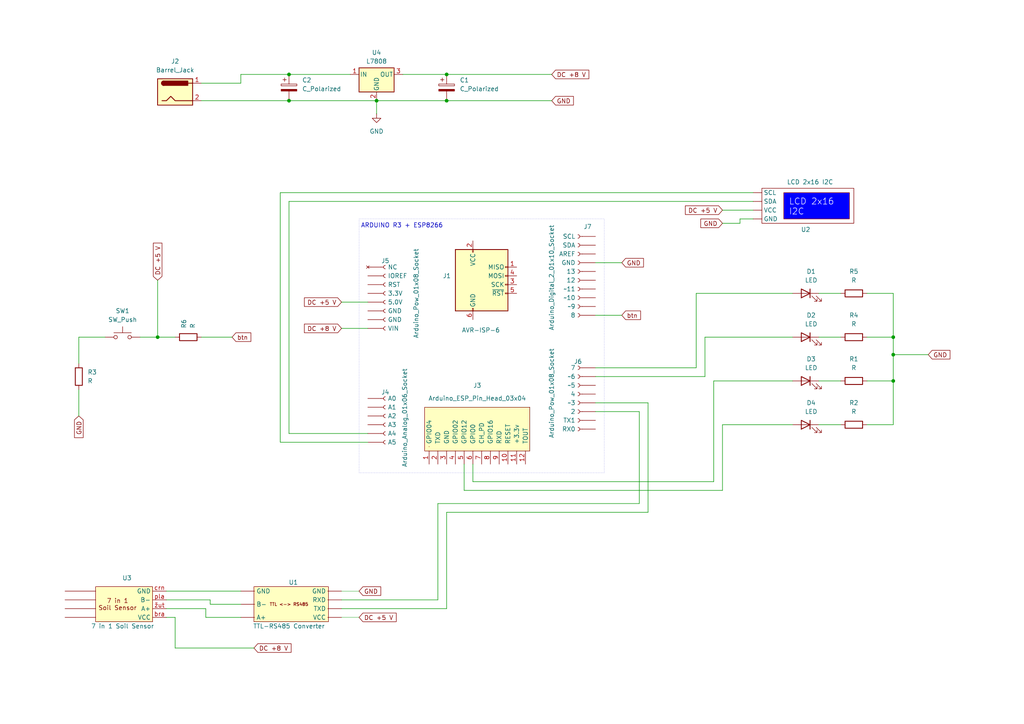
<source format=kicad_sch>
(kicad_sch (version 20231120) (generator "eeschema") (generator_version "8.0")
  (paper "A4")
  (title_block (title "Projekat \"ZEMLJA\"") (date "2024-12-22") (company "Poljoprivredna škola Bač") (comment 1 "Izrađeno u sklopu projekta \"Pametna poljoprivreda\"") (comment 2 "Licencirano sa GPL licencom"))
  (lib_symbols
    (symbol "Connector:AVR-ISP-6" (pin_names (offset 1.016))
      (property "Reference" "J" (at -6.35 11.43 0))
      (property "Value" "AVR-ISP-6" (at 0 11.43 0))
      (symbol "AVR-ISP-6_0_1"
        (rectangle (start -2.667 -6.858) (end -2.413 -7.62))
        (rectangle (start -2.667 10.16) (end -2.413 9.398))
        (rectangle (start 7.62 -2.413) (end 6.858 -2.667))
        (rectangle (start 7.62 0.127) (end 6.858 -0.127))
        (rectangle (start 7.62 2.667) (end 6.858 2.413))
        (rectangle (start 7.62 5.207) (end 6.858 4.953))
        (rectangle (start 7.62 10.16) (end -7.62 -7.62) (stroke (width 0.254)) (fill (type background)))
      )
      (symbol "AVR-ISP-6_1_1"
        (pin passive line (at 10.16 5.08 180) (length 2.54) (name "MISO") (number "1"))
        (pin passive line (at -2.54 12.7 270) (length 2.54) (name "VCC") (number "2"))
        (pin passive line (at 10.16 0 180) (length 2.54) (name "SCK") (number "3"))
        (pin passive line (at 10.16 2.54 180) (length 2.54) (name "MOSI") (number "4"))
        (pin passive line (at 10.16 -2.54 180) (length 2.54) (name "~{RST}") (number "5"))
        (pin passive line (at -2.54 -10.16 90) (length 2.54) (name "GND") (number "6"))
      )
    )
    (symbol "Connector:Barrel_Jack" (pin_names (offset 1.016))
      (property "Reference" "J" (at 0 5.334 0))
      (property "Value" "Barrel_Jack" (at 0 -5.08 0))
      (symbol "Barrel_Jack_0_1"
        (rectangle (start -5.08 3.81) (end 5.08 -3.81) (stroke (width 0.254)) (fill (type background)))
        (arc (start -3.302 3.175) (mid -3.9343 2.54) (end -3.302 1.905) (stroke (width 0.254)))
        (arc (start -3.302 3.175) (mid -3.9343 2.54) (end -3.302 1.905) (stroke (width 0.254)) (fill (type outline)))
        (polyline (pts (xy 5.08 2.54) (xy 3.81 2.54)) (stroke (width 0.254)))
        (polyline (pts (xy -3.81 -2.54) (xy -2.54 -2.54) (xy -1.27 -1.27) (xy 0 -2.54) (xy 2.54 -2.54) (xy 5.08 -2.54)) (stroke (width 0.254)))
        (rectangle (start 3.683 3.175) (end -3.302 1.905) (stroke (width 0.254)) (fill (type outline)))
      )
      (symbol "Barrel_Jack_1_1"
        (pin passive line (at 7.62 2.54 180) (length 2.54) (name "~") (number "1"))
        (pin passive line (at 7.62 -2.54 180) (length 2.54) (name "~") (number "2"))
      )
    )
    (symbol "Device:C_Polarized" (pin_numbers hide) (pin_names (offset 0.254))
      (property "Reference" "C" (at 0.635 2.54 0))
      (property "Value" "C_Polarized" (at 0.635 -2.54 0))
      (symbol "C_Polarized_0_1"
        (rectangle (start -2.286 0.508) (end 2.286 1.016))
        (polyline (pts (xy -1.778 2.286) (xy -0.762 2.286)))
        (polyline (pts (xy -1.27 2.794) (xy -1.27 1.778)))
        (rectangle (start 2.286 -0.508) (end -2.286 -1.016) (fill (type outline)))
      )
      (symbol "C_Polarized_1_1"
        (pin passive line (at 0 3.81 270) (length 2.794) (name "~") (number "1"))
        (pin passive line (at 0 -3.81 90) (length 2.794) (name "~") (number "2"))
      )
    )
    (symbol "Device:LED" (pin_numbers hide) (pin_names (offset 1.016) hide)
      (property "Reference" "D" (at 0 2.54 0))
      (property "Value" "LED" (at 0 -2.54 0))
      (symbol "LED_0_1"
        (polyline (pts (xy -1.27 -1.27) (xy -1.27 1.27)) (stroke (width 0.254)))
        (polyline (pts (xy -1.27 0) (xy 1.27 0)))
        (polyline (pts (xy 1.27 -1.27) (xy 1.27 1.27) (xy -1.27 0) (xy 1.27 -1.27)) (stroke (width 0.254)))
        (polyline (pts (xy -3.048 -0.762) (xy -4.572 -2.286) (xy -3.81 -2.286) (xy -4.572 -2.286) (xy -4.572 -1.524)))
        (polyline (pts (xy -1.778 -0.762) (xy -3.302 -2.286) (xy -2.54 -2.286) (xy -3.302 -2.286) (xy -3.302 -1.524)))
      )
      (symbol "LED_1_1"
        (pin passive line (at -3.81 0 0) (length 2.54) (name "K") (number "1"))
        (pin passive line (at 3.81 0 180) (length 2.54) (name "A") (number "2"))
      )
    )
    (symbol "Device:R" (pin_numbers hide) (pin_names (offset 0))
      (property "Reference" "R" (at 2.032 0 90))
      (property "Value" "R" (at 0 0 90))
      (symbol "R_0_1"
        (rectangle (start -1.016 -2.54) (end 1.016 2.54) (stroke (width 0.254)))
      )
      (symbol "R_1_1"
        (pin passive line (at 0 3.81 270) (length 1.27) (name "~") (number "1"))
        (pin passive line (at 0 -3.81 90) (length 1.27) (name "~") (number "2"))
      )
    )
    (symbol "Regulator_Linear:L7808" (pin_names (offset 0.254))
      (property "Reference" "U" (at -3.81 3.175 0))
      (property "Value" "L7808" (at 0 3.175 0))
      (symbol "L7808_0_1"
        (rectangle (start -5.08 1.905) (end 5.08 -5.08) (stroke (width 0.254)) (fill (type background)))
      )
      (symbol "L7808_1_1"
        (pin power_in line (at -7.62 0 0) (length 2.54) (name "IN") (number "1"))
        (pin power_in line (at 0 -7.62 90) (length 2.54) (name "GND") (number "2"))
        (pin power_out line (at 7.62 0 180) (length 2.54) (name "OUT") (number "3"))
      )
    )
    (symbol "Switch:SW_Push" (pin_numbers hide) (pin_names (offset 1.016) hide)
      (property "Reference" "SW" (at 1.27 2.54 0))
      (property "Value" "SW_Push" (at 0 -1.524 0))
      (symbol "SW_Push_0_1"
        (circle (center -2.032 0) (radius 0.508))
        (polyline (pts (xy 0 1.27) (xy 0 3.048)))
        (polyline (pts (xy 2.54 1.27) (xy -2.54 1.27)))
        (circle (center 2.032 0) (radius 0.508))
        (pin passive line (at -5.08 0 0) (length 2.54) (name "1") (number "1"))
        (pin passive line (at 5.08 0 180) (length 2.54) (name "2") (number "2"))
      )
    )
    (symbol "pametna_poljoprivreda:Arduino_Analog_01x06_Socket" (pin_numbers hide) (pin_names (offset 2))
      (property "Reference" "J" (at 0 7.62 0))
      (property "Value" "Arduino_Analog_01x06_Socket" (at 0 -10.16 0))
      (symbol "Arduino_Analog_01x06_Socket_1_1"
        (arc (start 0 -7.112) (mid -0.5058 -7.62) (end 0 -8.128) (stroke (width 0.1524)))
        (arc (start 0 -4.572) (mid -0.5058 -5.08) (end 0 -5.588) (stroke (width 0.1524)))
        (arc (start 0 -2.032) (mid -0.5058 -2.54) (end 0 -3.048) (stroke (width 0.1524)))
        (polyline (pts (xy -1.27 -7.62) (xy -0.508 -7.62)) (stroke (width 0.1524)))
        (polyline (pts (xy -1.27 -5.08) (xy -0.508 -5.08)) (stroke (width 0.1524)))
        (polyline (pts (xy -1.27 -2.54) (xy -0.508 -2.54)) (stroke (width 0.1524)))
        (polyline (pts (xy -1.27 0) (xy -0.508 0)) (stroke (width 0.1524)))
        (polyline (pts (xy -1.27 2.54) (xy -0.508 2.54)) (stroke (width 0.1524)))
        (polyline (pts (xy -1.27 5.08) (xy -0.508 5.08)) (stroke (width 0.1524)))
        (arc (start 0 0.508) (mid -0.5058 0) (end 0 -0.508) (stroke (width 0.1524)))
        (arc (start 0 3.048) (mid -0.5058 2.54) (end 0 2.032) (stroke (width 0.1524)))
        (arc (start 0 5.588) (mid -0.5058 5.08) (end 0 4.572) (stroke (width 0.1524)))
        (pin bidirectional line (at -5.08 5.08 0) (length 3.81) (name "A0") (number "1"))
        (pin bidirectional line (at -5.08 2.54 0) (length 3.81) (name "A1") (number "2"))
        (pin bidirectional line (at -5.08 0 0) (length 3.81) (name "A2") (number "3"))
        (pin bidirectional line (at -5.08 -2.54 0) (length 3.81) (name "A3") (number "4"))
        (pin bidirectional line (at -5.08 -5.08 0) (length 3.81) (name "A4") (number "5"))
        (pin bidirectional line (at -5.08 -7.62 0) (length 3.81) (name "A5") (number "6"))
      )
    )
    (symbol "pametna_poljoprivreda:Arduino_Digital_1_01x08_Socket" (pin_numbers hide) (pin_names (offset 2))
      (property "Reference" "J" (at 0 10.16 0))
      (property "Value" "Arduino_Pow_01x08_Socket" (at 0.508 -13.716 0))
      (symbol "Arduino_Digital_1_01x08_Socket_1_1"
        (arc (start -0.0022 8.128) (mid -0.508 7.62) (end -0.0022 7.112) (stroke (width 0.1524)))
        (arc (start 0 -9.652) (mid -0.5058 -10.16) (end 0 -10.668) (stroke (width 0.1524)))
        (arc (start 0 -7.112) (mid -0.5058 -7.62) (end 0 -8.128) (stroke (width 0.1524)))
        (arc (start 0 -4.572) (mid -0.5058 -5.08) (end 0 -5.588) (stroke (width 0.1524)))
        (arc (start 0 -2.032) (mid -0.5058 -2.54) (end 0 -3.048) (stroke (width 0.1524)))
        (polyline (pts (xy -1.27 -10.16) (xy -0.508 -10.16)) (stroke (width 0.1524)))
        (polyline (pts (xy -1.27 -7.62) (xy -0.508 -7.62)) (stroke (width 0.1524)))
        (polyline (pts (xy -1.27 -5.08) (xy -0.508 -5.08)) (stroke (width 0.1524)))
        (polyline (pts (xy -1.27 -2.54) (xy -0.508 -2.54)) (stroke (width 0.1524)))
        (polyline (pts (xy -1.27 0) (xy -0.508 0)) (stroke (width 0.1524)))
        (polyline (pts (xy -1.27 2.54) (xy -0.508 2.54)) (stroke (width 0.1524)))
        (polyline (pts (xy -1.27 5.08) (xy -0.508 5.08)) (stroke (width 0.1524)))
        (polyline (pts (xy -1.27 7.62) (xy -0.508 7.62)) (stroke (width 0.1524)))
        (arc (start 0 0.508) (mid -0.5058 0) (end 0 -0.508) (stroke (width 0.1524)))
        (arc (start 0 3.048) (mid -0.5058 2.54) (end 0 2.032) (stroke (width 0.1524)))
        (arc (start 0 5.588) (mid -0.5058 5.08) (end 0 4.572) (stroke (width 0.1524)))
        (pin bidirectional line (at -5.08 7.62 0) (length 3.81) (name "7") (number "1"))
        (pin bidirectional line (at -5.08 5.08 0) (length 3.81) (name "~6") (number "2"))
        (pin bidirectional line (at -5.08 2.54 0) (length 3.81) (name "~5") (number "3"))
        (pin bidirectional line (at -5.08 0 0) (length 3.81) (name "4") (number "4"))
        (pin bidirectional line (at -5.08 -2.54 0) (length 3.81) (name "~3") (number "5"))
        (pin bidirectional line (at -5.08 -5.08 0) (length 3.81) (name "2") (number "6"))
        (pin bidirectional line (at -5.08 -7.62 0) (length 3.81) (name "TX1") (number "7"))
        (pin bidirectional line (at -5.08 -10.16 0) (length 3.81) (name "RX0") (number "8"))
      )
    )
    (symbol "pametna_poljoprivreda:Arduino_Digital_2_01x10_Socket" (pin_numbers hide) (pin_names (offset 2))
      (property "Reference" "J" (at -0.254 14.986 0))
      (property "Value" "Arduino_Digital_2_01x10_Socket" (at 0 -15.24 0))
      (symbol "Arduino_Digital_2_01x10_Socket_1_1"
        (polyline (pts (xy 1.27 -11.43) (xy 2.032 -11.43)) (stroke (width 0.1524)))
        (polyline (pts (xy 1.27 -8.89) (xy 2.032 -8.89)) (stroke (width 0.1524)))
        (polyline (pts (xy 1.27 -6.35) (xy 2.032 -6.35)) (stroke (width 0.1524)))
        (polyline (pts (xy 1.27 -3.81) (xy 2.032 -3.81)) (stroke (width 0.1524)))
        (polyline (pts (xy 1.27 -1.27) (xy 2.032 -1.27)) (stroke (width 0.1524)))
        (polyline (pts (xy 1.27 1.27) (xy 2.032 1.27)) (stroke (width 0.1524)))
        (polyline (pts (xy 1.27 3.81) (xy 2.032 3.81)) (stroke (width 0.1524)))
        (polyline (pts (xy 1.27 6.35) (xy 2.032 6.35)) (stroke (width 0.1524)))
        (polyline (pts (xy 1.27 8.89) (xy 2.032 8.89)) (stroke (width 0.1524)))
        (polyline (pts (xy 1.27 11.43) (xy 2.032 11.43)) (stroke (width 0.1524)))
        (arc (start 2.54 -10.922) (mid 2.0342 -11.43) (end 2.54 -11.938) (stroke (width 0.1524)))
        (arc (start 2.54 -8.382) (mid 2.0342 -8.89) (end 2.54 -9.398) (stroke (width 0.1524)))
        (arc (start 2.54 -5.842) (mid 2.0342 -6.35) (end 2.54 -6.858) (stroke (width 0.1524)))
        (arc (start 2.54 -3.302) (mid 2.0342 -3.81) (end 2.54 -4.318) (stroke (width 0.1524)))
        (arc (start 2.54 -0.762) (mid 2.0342 -1.27) (end 2.54 -1.778) (stroke (width 0.1524)))
        (arc (start 2.54 1.778) (mid 2.0342 1.27) (end 2.54 0.762) (stroke (width 0.1524)))
        (arc (start 2.54 4.318) (mid 2.0342 3.81) (end 2.54 3.302) (stroke (width 0.1524)))
        (arc (start 2.54 6.858) (mid 2.0342 6.35) (end 2.54 5.842) (stroke (width 0.1524)))
        (arc (start 2.54 9.398) (mid 2.0342 8.89) (end 2.54 8.382) (stroke (width 0.1524)))
        (arc (start 2.54 11.938) (mid 2.0342 11.43) (end 2.54 10.922) (stroke (width 0.1524)))
        (pin output line (at -2.54 11.43 0) (length 3.81) (name "SCL") (number "1"))
        (pin bidirectional line (at -2.54 -11.43 0) (length 3.81) (name "8") (number "10"))
        (pin bidirectional line (at -2.54 8.89 0) (length 3.81) (name "SDA") (number "2"))
        (pin input line (at -2.54 6.35 0) (length 3.81) (name "AREF") (number "3"))
        (pin power_in line (at -2.54 3.81 0) (length 3.81) (name "GND") (number "4"))
        (pin bidirectional line (at -2.54 1.27 0) (length 3.81) (name "13") (number "5"))
        (pin bidirectional line (at -2.54 -1.27 0) (length 3.81) (name "12") (number "6"))
        (pin bidirectional line (at -2.54 -3.81 0) (length 3.81) (name "~11") (number "7"))
        (pin bidirectional line (at -2.54 -6.35 0) (length 3.81) (name "~10") (number "8"))
        (pin bidirectional line (at -2.54 -8.89 0) (length 3.81) (name "~9") (number "9"))
      )
    )
    (symbol "pametna_poljoprivreda:Arduino_ESP_Pin_Head_03x04" (pin_names (offset 2))
      (property "Reference" "J" (at 8.89 17.78 0))
      (property "Value" "Arduino_ESP_Pin_Head_03x04" (at 8.89 -17.78 0))
      (symbol "Arduino_ESP_Pin_Head_03x04_0_1"
        (arc (start 5.08 13.97) (mid 5.08 13.97) (end 5.08 13.97))
        (arc (start 5.08 13.97) (mid 5.08 13.97) (end 5.08 13.97))
      )
      (symbol "Arduino_ESP_Pin_Head_03x04_1_1"
        (rectangle (start 3.81 15.24) (end 16.51 -15.24) (fill (type background)))
        (pin bidirectional line (at 0 13.97 0) (length 3.81) (name "GPIO04") (number "1"))
        (pin input line (at 0 -8.89 0) (length 3.81) (name "RESET") (number "10"))
        (pin power_out line (at 0 -11.43 0) (length 3.81) (name "+3.3v") (number "11"))
        (pin passive line (at 0 -13.97 0) (length 3.81) (name "TOUT") (number "12"))
        (pin output line (at 0 11.43 0) (length 3.81) (name "TXD") (number "2"))
        (pin power_in line (at 0 8.89 0) (length 3.81) (name "GND") (number "3"))
        (pin bidirectional line (at 0 6.35 0) (length 3.81) (name "GPIO02") (number "4"))
        (pin bidirectional line (at 0 3.81 0) (length 3.81) (name "GPIO12") (number "5"))
        (pin bidirectional line (at 0 1.27 0) (length 3.81) (name "GPIO0") (number "6"))
        (pin bidirectional line (at 0 -1.27 0) (length 3.81) (name "CH_PD") (number "7"))
        (pin bidirectional line (at 0 -3.81 0) (length 3.81) (name "GPIO16") (number "8"))
        (pin input line (at 0 -6.35 0) (length 3.81) (name "RXD") (number "9"))
      )
    )
    (symbol "pametna_poljoprivreda:Arduino_Pow_01x08_Socket" (pin_numbers hide) (pin_names (offset 2))
      (property "Reference" "J" (at 0 10.16 0))
      (property "Value" "Arduino_Pow_01x08_Socket" (at 0.508 -13.716 0))
      (symbol "Arduino_Pow_01x08_Socket_1_1"
        (arc (start -0.0022 8.128) (mid -0.508 7.62) (end -0.0022 7.112) (stroke (width 0.1524)))
        (arc (start 0 -9.652) (mid -0.5058 -10.16) (end 0 -10.668) (stroke (width 0.1524)))
        (arc (start 0 -7.112) (mid -0.5058 -7.62) (end 0 -8.128) (stroke (width 0.1524)))
        (arc (start 0 -4.572) (mid -0.5058 -5.08) (end 0 -5.588) (stroke (width 0.1524)))
        (arc (start 0 -2.032) (mid -0.5058 -2.54) (end 0 -3.048) (stroke (width 0.1524)))
        (polyline (pts (xy -1.27 -10.16) (xy -0.508 -10.16)) (stroke (width 0.1524)))
        (polyline (pts (xy -1.27 -7.62) (xy -0.508 -7.62)) (stroke (width 0.1524)))
        (polyline (pts (xy -1.27 -5.08) (xy -0.508 -5.08)) (stroke (width 0.1524)))
        (polyline (pts (xy -1.27 -2.54) (xy -0.508 -2.54)) (stroke (width 0.1524)))
        (polyline (pts (xy -1.27 0) (xy -0.508 0)) (stroke (width 0.1524)))
        (polyline (pts (xy -1.27 2.54) (xy -0.508 2.54)) (stroke (width 0.1524)))
        (polyline (pts (xy -1.27 5.08) (xy -0.508 5.08)) (stroke (width 0.1524)))
        (polyline (pts (xy -1.27 7.62) (xy -0.508 7.62)) (stroke (width 0.1524)))
        (arc (start 0 0.508) (mid -0.5058 0) (end 0 -0.508) (stroke (width 0.1524)))
        (arc (start 0 3.048) (mid -0.5058 2.54) (end 0 2.032) (stroke (width 0.1524)))
        (arc (start 0 5.588) (mid -0.5058 5.08) (end 0 4.572) (stroke (width 0.1524)))
        (pin no_connect line (at -5.08 7.62 0) (length 3.81) (name "NC") (number "1"))
        (pin bidirectional line (at -5.08 5.08 0) (length 3.81) (name "IOREF") (number "2"))
        (pin input line (at -5.08 2.54 0) (length 3.81) (name "RST") (number "3"))
        (pin power_out line (at -5.08 0 0) (length 3.81) (name "3.3V") (number "4"))
        (pin power_out line (at -5.08 -2.54 0) (length 3.81) (name "5.0V") (number "5"))
        (pin power_in line (at -5.08 -5.08 0) (length 3.81) (name "GND") (number "6"))
        (pin power_in line (at -5.08 -7.62 0) (length 3.81) (name "GND") (number "7"))
        (pin power_in line (at -5.08 -10.16 0) (length 3.81) (name "VIN") (number "8"))
      )
    )
    (symbol "pametna_poljoprivreda:LCD_2x16_I2C"
      (property "Reference" "U" (at 15.24 6.35 0))
      (property "Value" "LCD 2x16 I2C" (at 16.51 -8.89 0))
      (symbol "LCD_2x16_I2C_0_1"
        (rectangle (start 2.54 3.81) (end 29.21 -6.35))
      )
      (symbol "LCD_2x16_I2C_1_1"
        (text_box "LCD 2x16 I2C" (at 8.89 2.54 0) (size 19.05 -7.62) (fill (type color) (color 0 0 255 1)) (effects (font (size 1.8 1.8)) (justify left top)))
        (pin power_in line (at 0 2.54 0) (length 2.54) (name "GND") (number ""))
        (pin bidirectional line (at 0 -5.08 0) (length 2.54) (name "SCL") (number ""))
        (pin bidirectional line (at 0 -2.54 0) (length 2.54) (name "SDA") (number ""))
        (pin power_in line (at 0 0 0) (length 2.54) (name "VCC") (number ""))
      )
    )
    (symbol "pametna_poljoprivreda:Soil_Sensor_7in1"
      (property "Reference" "U" (at 0 7.62 0))
      (property "Value" "7 in 1 Soil Sensor" (at 1.27 -6.35 0))
      (symbol "Soil_Sensor_7in1_0_1"
        (polyline (pts (xy 9.08 -3.81) (xy 17.97 -3.81)))
        (polyline (pts (xy 9.08 -1.27) (xy 17.97 -1.27)))
        (polyline (pts (xy 9.08 1.27) (xy 17.97 1.27)))
        (polyline (pts (xy 9.08 3.81) (xy 17.97 3.81)))
      )
      (symbol "Soil_Sensor_7in1_1_1"
        (rectangle (start -7.43 5.08) (end 9.08 -5.08) (fill (type background)))
        (text "7 in 1\nSoil Sensor" (at 2.73 0 0) (effects (font (size 1.27 1.27))))
        (pin power_in line (at -11.43 -3.81 0) (length 4) (name "VCC") (number "bra"))
        (pin power_in line (at -11.43 3.81 0) (length 4) (name "GND") (number "crn"))
        (pin bidirectional line (at -11.43 1.27 0) (length 4) (name "B-") (number "pla"))
        (pin bidirectional line (at -11.43 -1.27 0) (length 4) (name "A+") (number "žut"))
      )
    )
    (symbol "pametna_poljoprivreda:TTL_RS485_Converter"
      (property "Reference" "U" (at 0 6.35 0))
      (property "Value" "TTL-RS485 Converter" (at 1.27 -6.35 0))
      (symbol "TTL_RS485_Converter_1_1"
        (rectangle (start -10.16 5.08) (end 11.43 -5.08) (fill (type background)))
        (text "TTL <-> RS485" (at 1.27 0 0) (effects (font (size 0.9 0.9))))
        (pin bidirectional line (at 15.24 -3.81 180) (length 4) (name "A+") (number ""))
        (pin bidirectional line (at 15.24 0 180) (length 4) (name "B-") (number ""))
        (pin power_in line (at -13.97 3.81 0) (length 4) (name "GND") (number ""))
        (pin power_in line (at 15.24 3.81 180) (length 4) (name "GND") (number ""))
        (pin input line (at -13.97 1.27 0) (length 4) (name "RXD") (number ""))
        (pin output line (at -13.97 -1.27 0) (length 4) (name "TXD") (number ""))
        (pin power_in line (at -13.97 -3.81 0) (length 4) (name "VCC") (number ""))
      )
    )
    (symbol "power:GND" (power) (pin_numbers hide) (pin_names (offset 0) hide)
      (property "Value" "GND" (at 0 -3.81 0))
      (symbol "GND_0_1"
        (polyline (pts (xy 0 0) (xy 0 -1.27) (xy 1.27 -1.27) (xy 0 -2.54) (xy -1.27 -1.27) (xy 0 -1.27)))
      )
      (symbol "GND_1_1"
        (pin power_in line (at 0 0 270) (length 0) (name "~") (number "1"))
      )
    )
  )
  (junction (at 259.08 110.49))
  (junction (at 259.08 97.79))
  (junction (at 45.72 97.79))
  (junction (at 83.82 29.21))
  (junction (at 129.54 21.59))
  (junction (at 83.82 21.59))
  (junction (at 109.22 29.21))
  (junction (at 129.54 29.21))
  (junction (at 259.08 102.87))
  (wire (pts (xy 129.54 176.53) (xy 129.54 148.59)))
  (wire (pts (xy 185.42 146.05) (xy 185.42 119.38)))
  (wire (pts (xy 237.49 123.19) (xy 243.84 123.19)))
  (wire (pts (xy 237.49 85.09) (xy 243.84 85.09)))
  (wire (pts (xy 109.22 29.21) (xy 109.22 33.02)))
  (wire (pts (xy 50.8 179.07) (xy 50.8 187.96)))
  (wire (pts (xy 259.08 85.09) (xy 259.08 97.79)))
  (wire (pts (xy 127 146.05) (xy 185.42 146.05)))
  (wire (pts (xy 99.06 176.53) (xy 129.54 176.53)))
  (wire (pts (xy 259.08 102.87) (xy 269.24 102.87)))
  (wire (pts (xy 40.64 97.79) (xy 45.72 97.79)))
  (wire (pts (xy 83.82 58.42) (xy 218.44 58.42)))
  (wire (pts (xy 134.62 142.24) (xy 209.55 142.24)))
  (wire (pts (xy 137.16 134.62) (xy 137.16 139.7)))
  (wire (pts (xy 59.69 179.07) (xy 69.85 179.07)))
  (wire (pts (xy 209.55 60.96) (xy 218.44 60.96)))
  (wire (pts (xy 259.08 97.79) (xy 259.08 102.87)))
  (wire (pts (xy 187.96 148.59) (xy 187.96 116.84)))
  (wire (pts (xy 259.08 110.49) (xy 259.08 123.19)))
  (wire (pts (xy 99.06 95.25) (xy 106.68 95.25)))
  (wire (pts (xy 60.96 173.99) (xy 60.96 175.26)))
  (wire (pts (xy 99.06 173.99) (xy 127 173.99)))
  (wire (pts (xy 81.28 55.88) (xy 81.28 128.27)))
  (wire (pts (xy 109.22 29.21) (xy 129.54 29.21)))
  (wire (pts (xy 237.49 97.79) (xy 243.84 97.79)))
  (wire (pts (xy 129.54 29.21) (xy 160.02 29.21)))
  (wire (pts (xy 127 173.99) (xy 127 146.05)))
  (wire (pts (xy 22.86 97.79) (xy 22.86 105.41)))
  (wire (pts (xy 129.54 21.59) (xy 160.02 21.59)))
  (wire (pts (xy 60.96 175.26) (xy 69.85 175.26)))
  (wire (pts (xy 58.42 97.79) (xy 67.31 97.79)))
  (wire (pts (xy 204.47 97.79) (xy 229.87 97.79)))
  (wire (pts (xy 207.01 139.7) (xy 207.01 110.49)))
  (wire (pts (xy 48.26 173.99) (xy 60.96 173.99)))
  (wire (pts (xy 58.42 24.13) (xy 69.85 24.13)))
  (wire (pts (xy 209.55 142.24) (xy 209.55 123.19)))
  (wire (pts (xy 81.28 55.88) (xy 218.44 55.88)))
  (wire (pts (xy 81.28 128.27) (xy 106.68 128.27)))
  (wire (pts (xy 172.72 109.22) (xy 204.47 109.22)))
  (wire (pts (xy 137.16 139.7) (xy 207.01 139.7)))
  (wire (pts (xy 83.82 21.59) (xy 101.6 21.59)))
  (wire (pts (xy 45.72 81.28) (xy 45.72 97.79)))
  (wire (pts (xy 251.46 110.49) (xy 259.08 110.49)))
  (wire (pts (xy 116.84 21.59) (xy 129.54 21.59)))
  (wire (pts (xy 58.42 29.21) (xy 83.82 29.21)))
  (wire (pts (xy 48.26 171.45) (xy 69.85 171.45)))
  (wire (pts (xy 59.69 176.53) (xy 59.69 179.07)))
  (wire (pts (xy 22.86 113.03) (xy 22.86 120.65)))
  (wire (pts (xy 69.85 21.59) (xy 83.82 21.59)))
  (wire (pts (xy 201.93 106.68) (xy 172.72 106.68)))
  (wire (pts (xy 229.87 85.09) (xy 201.93 85.09)))
  (wire (pts (xy 218.44 63.5) (xy 214.63 63.5)))
  (wire (pts (xy 30.48 97.79) (xy 22.86 97.79)))
  (wire (pts (xy 214.63 63.5) (xy 214.63 64.77)))
  (wire (pts (xy 83.82 58.42) (xy 83.82 125.73)))
  (wire (pts (xy 48.26 176.53) (xy 59.69 176.53)))
  (wire (pts (xy 83.82 125.73) (xy 106.68 125.73)))
  (wire (pts (xy 207.01 110.49) (xy 229.87 110.49)))
  (wire (pts (xy 134.62 134.62) (xy 134.62 142.24)))
  (wire (pts (xy 69.85 24.13) (xy 69.85 21.59)))
  (wire (pts (xy 50.8 187.96) (xy 73.66 187.96)))
  (wire (pts (xy 83.82 29.21) (xy 109.22 29.21)))
  (wire (pts (xy 99.06 171.45) (xy 104.14 171.45)) (stroke (width 0.0254)))
  (wire (pts (xy 45.72 97.79) (xy 50.8 97.79)))
  (wire (pts (xy 201.93 85.09) (xy 201.93 106.68)))
  (wire (pts (xy 99.06 87.63) (xy 106.68 87.63)))
  (wire (pts (xy 172.72 76.2) (xy 180.34 76.2)))
  (wire (pts (xy 251.46 97.79) (xy 259.08 97.79)))
  (wire (pts (xy 209.55 123.19) (xy 229.87 123.19)))
  (wire (pts (xy 99.06 179.07) (xy 104.14 179.07)) (stroke (width 0.0254)))
  (wire (pts (xy 129.54 148.59) (xy 187.96 148.59)))
  (wire (pts (xy 251.46 85.09) (xy 259.08 85.09)))
  (wire (pts (xy 204.47 109.22) (xy 204.47 97.79)))
  (wire (pts (xy 172.72 91.44) (xy 180.34 91.44)))
  (wire (pts (xy 48.26 179.07) (xy 50.8 179.07)))
  (wire (pts (xy 259.08 123.19) (xy 251.46 123.19)))
  (wire (pts (xy 259.08 102.87) (xy 259.08 110.49)))
  (wire (pts (xy 214.63 64.77) (xy 209.55 64.77)))
  (wire (pts (xy 187.96 116.84) (xy 172.72 116.84)))
  (wire (pts (xy 172.72 119.38) (xy 185.42 119.38)))
  (wire (pts (xy 237.49 110.49) (xy 243.84 110.49)))
  (rectangle (start 104.14 63.5) (end 175.26 137.16) (stroke (width 0.0508) (type dot)))
  (text "ARDUINO R3 + ESP8266" (at 116.586 65.532 0) (effects (font (size 1.27 1.27))))
  (global_label "GND" (shape input) (at 209.55 64.77 180) (property "Intersheetrefs" "${INTERSHEET_REFS}" (effects (hide yes))))
  (global_label "DC +5 V" (shape input) (at 209.55 60.96 180) (property "Intersheetrefs" "${INTERSHEET_REFS}" (effects (hide yes))))
  (global_label "btn" (shape input) (at 180.34 91.44 0) (property "Intersheetrefs" "${INTERSHEET_REFS}" (effects (hide yes))))
  (global_label "DC +5 V" (shape input) (at 99.06 87.63 180) (property "Intersheetrefs" "${INTERSHEET_REFS}" (effects (hide yes))))
  (global_label "DC +8 V" (shape input) (at 160.02 21.59 0) (property "Intersheetrefs" "${INTERSHEET_REFS}" (effects (hide yes))))
  (global_label "DC +8 V" (shape input) (at 99.06 95.25 180) (property "Intersheetrefs" "${INTERSHEET_REFS}" (effects (hide yes))))
  (global_label "DC +5 V" (shape input) (at 45.72 81.28 90) (property "Intersheetrefs" "${INTERSHEET_REFS}" (effects (hide yes))))
  (global_label "GND" (shape input) (at 104.14 171.45 0) (property "Intersheetrefs" "${INTERSHEET_REFS}" (effects (hide yes))))
  (global_label "DC +5 V" (shape input) (at 104.14 179.07 0) (property "Intersheetrefs" "${INTERSHEET_REFS}" (effects (hide yes))))
  (global_label "GND" (shape input) (at 269.24 102.87 0) (property "Intersheetrefs" "${INTERSHEET_REFS}" (effects (hide yes))))
  (global_label "GND" (shape input) (at 180.34 76.2 0) (property "Intersheetrefs" "${INTERSHEET_REFS}" (effects (hide yes))))
  (global_label "DC +8 V" (shape input) (at 73.66 187.96 0) (property "Intersheetrefs" "${INTERSHEET_REFS}" (effects (hide yes))))
  (global_label "GND" (shape input) (at 160.02 29.21 0) (property "Intersheetrefs" "${INTERSHEET_REFS}" (effects (hide yes))))
  (global_label "btn" (shape input) (at 67.31 97.79 0) (property "Intersheetrefs" "${INTERSHEET_REFS}" (effects (hide yes))))
  (global_label "GND" (shape input) (at 22.86 120.65 270) (property "Intersheetrefs" "${INTERSHEET_REFS}" (effects (hide yes))))
  (symbol (lib_id "Device:C_Polarized") (at 129.54 25.4 0) (unit 1)
    (property "Reference" "C1" (at 133.35 23.2409 0) (effects (justify left)))
    (property "Value" "C_Polarized" (at 133.35 25.7809 0) (effects (justify left)))
    (property "Description" "Polarized capacitor" (effects (hide yes)))
  )
  (symbol (lib_id "Device:LED") (at 233.68 123.19 0) (mirror y) (unit 1)
    (property "Reference" "D4" (at 235.2675 116.84 0))
    (property "Value" "LED" (at 235.2675 119.38 0))
    (property "Description" "Light emitting diode" (effects (hide yes)))
  )
  (symbol (lib_id "pametna_poljoprivreda:LCD_2x16_I2C") (at 218.44 60.96 0) (mirror x) (unit 1)
    (property "Reference" "U2" (at 233.68 67.31 0) (effects (justify top)))
    (property "Value" "LCD 2x16 I2C" (at 234.95 52.07 0) (effects (justify bottom)))
  )
  (symbol (lib_id "pametna_poljoprivreda:Arduino_Pow_01x08_Socket") (at 111.76 85.09 0) (unit 1)
    (property "Reference" "J5" (at 111.76 74.93 0) (effects (justify top)))
    (property "Value" "Arduino_Pow_01x08_Socket" (at 121.412 85.09 90) (effects (justify bottom)))
    (property "Description" "Generic connector, single row, 01x08, script generated" (effects (hide yes)))
  )
  (symbol (lib_id "Device:LED") (at 233.68 110.49 0) (mirror y) (unit 1)
    (property "Reference" "D3" (at 235.2675 104.14 0))
    (property "Value" "LED" (at 235.2675 106.68 0))
    (property "Description" "Light emitting diode" (effects (hide yes)))
  )
  (symbol (lib_id "Regulator_Linear:L7808") (at 109.22 21.59 0) (unit 1)
    (property "Reference" "U4" (at 109.22 15.24 0))
    (property "Value" "L7808" (at 109.22 17.78 0))
    (property "Datasheet" "http://www.st.com/content/ccc/resource/technical/document/datasheet/41/4f/b3/b0/12/d4/47/88/CD00000444.pdf/files/CD00000444.pdf/jcr:content/translations/en.CD00000444.pdf" (effects (hide yes)))
    (property "Description" "Positive 1.5A 35V Linear Regulator, Fixed Output 8V, TO-220/TO-263/TO-252" (effects (hide yes)))
  )
  (symbol (lib_id "pametna_poljoprivreda:Arduino_Digital_2_01x10_Socket") (at 170.18 80.01 0) (mirror y) (unit 1)
    (property "Reference" "J7" (at 170.434 65.024 0) (effects (justify top)))
    (property "Value" "Arduino_Digital_2_01x10_Socket" (at 159.258 80.518 90) (effects (justify bottom)))
  )
  (symbol (lib_id "Device:R") (at 247.65 97.79 90) (unit 1)
    (property "Reference" "R4" (at 247.65 91.44 90))
    (property "Value" "R" (at 247.65 93.98 90))
    (property "Description" "Resistor" (effects (hide yes)))
  )
  (symbol (lib_id "Device:C_Polarized") (at 83.82 25.4 0) (unit 1)
    (property "Reference" "C2" (at 87.63 23.2409 0) (effects (justify left)))
    (property "Value" "C_Polarized" (at 87.63 25.7809 0) (effects (justify left)))
    (property "Description" "Polarized capacitor" (effects (hide yes)))
  )
  (symbol (lib_id "Connector:Barrel_Jack") (at 50.8 26.67 0) (unit 1)
    (property "Reference" "J2" (at 50.8 17.78 0))
    (property "Value" "Barrel_Jack" (at 50.8 20.32 0))
    (property "Description" "DC Barrel Jack" (effects (hide yes)))
  )
  (symbol (lib_id "pametna_poljoprivreda:Arduino_ESP_Pin_Head_03x04") (at 138.43 134.62 90) (unit 1)
    (property "Reference" "J3" (at 138.43 112.522 90) (effects (justify top)))
    (property "Value" "Arduino_ESP_Pin_Head_03x04" (at 138.43 114.808 90) (effects (justify bottom)))
  )
  (symbol (lib_id "pametna_poljoprivreda:Arduino_Digital_1_01x08_Socket") (at 167.64 114.3 0) (mirror y) (unit 1)
    (property "Reference" "J6" (at 167.64 104.14 0) (effects (justify top)))
    (property "Value" "Arduino_Pow_01x08_Socket" (at 159.258 114.046 90) (effects (justify bottom)))
    (property "Description" "Generic connector, single row, 01x08, script generated" (effects (hide yes)))
  )
  (symbol (lib_id "Device:R") (at 247.65 85.09 90) (unit 1)
    (property "Reference" "R5" (at 247.65 78.74 90))
    (property "Value" "R" (at 247.65 81.28 90))
    (property "Description" "Resistor" (effects (hide yes)))
  )
  (symbol (lib_id "Device:R") (at 247.65 110.49 90) (unit 1)
    (property "Reference" "R1" (at 247.65 104.14 90))
    (property "Value" "R" (at 247.65 106.68 90))
    (property "Description" "Resistor" (effects (hide yes)))
  )
  (symbol (lib_id "Device:LED") (at 233.68 85.09 0) (mirror y) (unit 1)
    (property "Reference" "D1" (at 235.2675 78.74 0))
    (property "Value" "LED" (at 235.2675 81.28 0))
    (property "Description" "Light emitting diode" (effects (hide yes)))
  )
  (symbol (lib_id "Device:LED") (at 233.68 97.79 0) (mirror y) (unit 1)
    (property "Reference" "D2" (at 235.2675 91.44 0))
    (property "Value" "LED" (at 235.2675 93.98 0))
    (property "Description" "Light emitting diode" (effects (hide yes)))
  )
  (symbol (lib_id "pametna_poljoprivreda:Soil_Sensor_7in1") (at 36.83 175.26 0) (mirror y) (unit 1)
    (property "Reference" "U3" (at 36.83 167.64 0))
    (property "Value" "7 in 1 Soil Sensor" (at 35.56 181.61 0))
  )
  (symbol (lib_id "Connector:AVR-ISP-6") (at 139.7 82.55 0) (unit 1)
    (property "Reference" "J1" (at 130.81 80.0099 0) (effects (justify right)))
    (property "Value" "AVR-ISP-6" (at 145.034 95.758 0) (effects (justify right)))
    (property "Description" "Atmel 6-pin ISP connector" (effects (hide yes)))
  )
  (symbol (lib_id "Switch:SW_Push") (at 35.56 97.79 0) (unit 1)
    (property "Reference" "SW1" (at 35.56 90.17 0))
    (property "Value" "SW_Push" (at 35.56 92.71 0))
    (property "Description" "Push button switch, generic, two pins" (effects (hide yes)))
  )
  (symbol (lib_id "Device:R") (at 22.86 109.22 0) (unit 1)
    (property "Reference" "R3" (at 25.4 107.9499 0) (effects (justify left)))
    (property "Value" "R" (at 25.4 110.4899 0) (effects (justify left)))
    (property "Description" "Resistor" (effects (hide yes)))
  )
  (symbol (lib_id "power:GND") (at 109.22 33.02 0) (unit 1)
    (property "Reference" "#PWR01" (effects (hide yes)))
    (property "Value" "GND" (at 109.22 38.1 0))
    (property "Description" "Power symbol creates a global label with name \"GND\" , ground" (effects (hide yes)))
  )
  (symbol (lib_id "pametna_poljoprivreda:Arduino_Analog_01x06_Socket") (at 111.76 120.65 0) (unit 1)
    (property "Reference" "J4" (at 111.76 113.03 0) (effects (justify top)))
    (property "Value" "Arduino_Analog_01x06_Socket" (at 118.11 121.158 90) (effects (justify bottom)))
    (property "Description" "Generic connector, single row, 01x06, script generated" (effects (hide yes)))
  )
  (symbol (lib_id "Device:R") (at 54.61 97.79 90) (unit 1)
    (property "Reference" "R6" (at 53.3399 95.25 0) (effects (justify left)))
    (property "Value" "R" (at 55.8799 95.25 0) (effects (justify left)))
    (property "Description" "Resistor" (effects (hide yes)))
  )
  (symbol (lib_id "Device:R") (at 247.65 123.19 90) (unit 1)
    (property "Reference" "R2" (at 247.65 116.84 90))
    (property "Value" "R" (at 247.65 119.38 90))
    (property "Description" "Resistor" (effects (hide yes)))
  )
  (symbol (lib_id "pametna_poljoprivreda:TTL_RS485_Converter") (at 85.09 175.26 0) (mirror y) (unit 1)
    (property "Reference" "U1" (at 85.09 168.91 0))
    (property "Value" "TTL-RS485 Converter" (at 83.82 181.61 0))
  )
)
</source>
